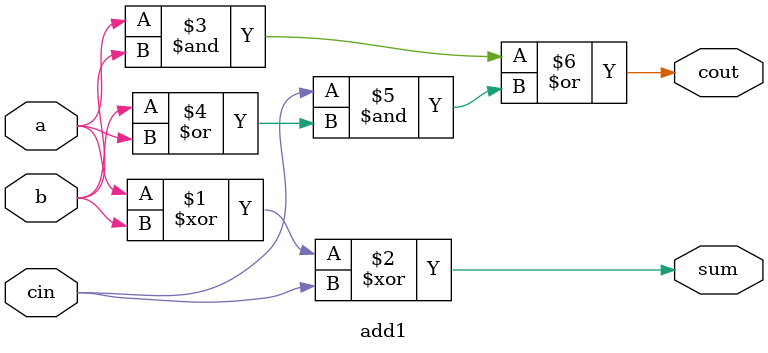
<source format=v>
module top_module (
    input [31:0] a,
    input [31:0] b,
    output [31:0] sum
);
    wire cout0;
    add16 adder0( a[15:0], b[15:0], 1'b0, sum[15:0], cout0 );
    add16 adder1( a[31:16], b[31:16], cout0, sum[31:16], );

endmodule

module add1 ( input a, input b, input cin,   output sum, output cout );
	assign sum = a^b^cin;
    assign cout = (a&b) | cin&(b|a);
    // cout = (a&b)|(b&cin)|(a&cin);
    //      = (a&b)| cin(b+a); 分配律
endmodule

</source>
